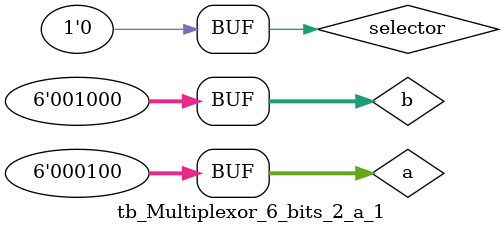
<source format=v>
module tb_Multiplexor_6_bits_2_a_1();

reg [5:0] a;
reg [5:0] b;
reg selector;
wire [5:0] salida;


Multiplexor_6_bits_2_a_1 mux ( .a( a ), .b( b ), .selector( selector ), .salida( salida ) );


initial begin
    a=5'd4;
    b=5'd8;
    selector=1'b1;
    #100;

    a=5'd4;
    b=5'd8;
    selector=1'b0;
    #100;
end


endmodule
</source>
